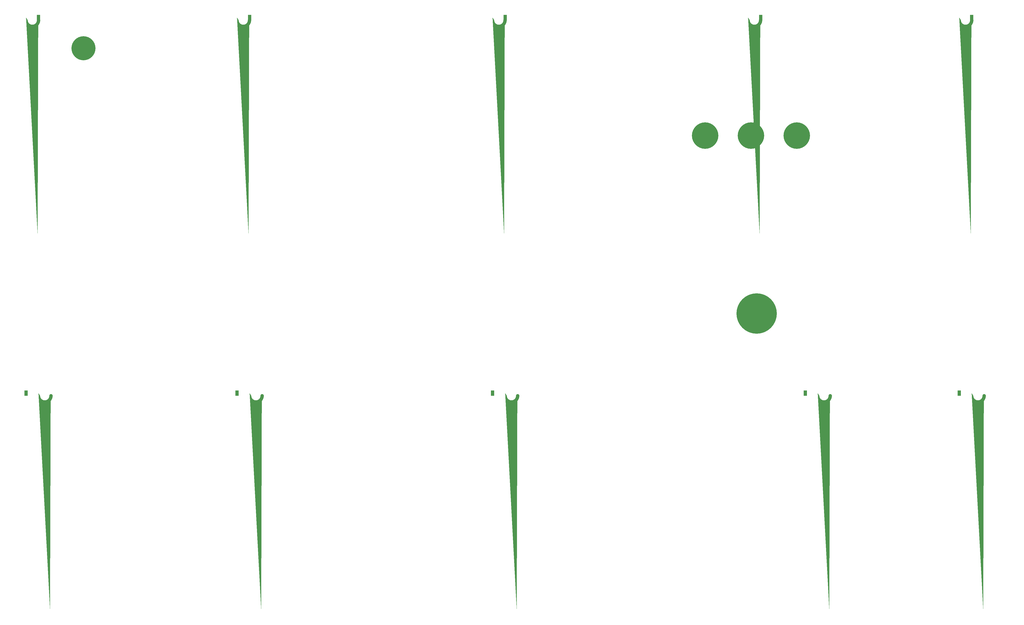
<source format=gbr>
%TF.GenerationSoftware,KiCad,Pcbnew,(6.0.2)*%
%TF.CreationDate,2022-03-07T23:39:06-05:00*%
%TF.ProjectId,FR4-fixed-layout-plate,4652342d-6669-4786-9564-2d6c61796f75,rev?*%
%TF.SameCoordinates,Original*%
%TF.FileFunction,Soldermask,Bot*%
%TF.FilePolarity,Negative*%
%FSLAX46Y46*%
G04 Gerber Fmt 4.6, Leading zero omitted, Abs format (unit mm)*
G04 Created by KiCad (PCBNEW (6.0.2)) date 2022-03-07 23:39:06*
%MOMM*%
%LPD*%
G01*
G04 APERTURE LIST*
G04 Aperture macros list*
%AMFreePoly0*
4,1,75,0.700000,-1.100000,0.699846,-1.114660,0.697629,-1.130241,0.713298,-1.359321,0.766182,-1.613812,0.853226,-1.858731,0.972810,-2.089516,1.122704,-2.301869,1.300118,-2.491833,1.501747,-2.655870,1.723834,-2.790924,1.962242,-2.894479,2.212530,-2.964607,2.470036,-3.000000,2.729964,-3.000000,2.987470,-2.964607,3.237758,-2.894479,3.476166,-2.790924,3.698253,-2.655870,3.899882,-2.491833,
4.077296,-2.301869,4.227190,-2.089516,4.346774,-1.858731,4.433818,-1.613812,4.486702,-1.359321,4.503066,-1.120093,4.500038,-1.092670,4.521992,-0.925917,4.583088,-0.769214,4.679799,-0.631609,4.806542,-0.521044,4.956000,-0.443903,5.119544,-0.404639,5.287733,-0.405520,5.450858,-0.446494,5.599499,-0.525196,5.725078,-0.637082,5.820343,-0.775693,5.879794,-0.933027,5.900000,-1.100000,
5.899846,-1.114660,5.898874,-1.121492,5.881922,-1.444944,5.827887,-1.786109,5.738487,-2.119756,5.614700,-2.442231,5.457884,-2.750000,5.269756,-3.039691,5.052378,-3.308131,4.808131,-3.552378,4.539691,-3.769756,4.250000,-3.957884,3.942231,-4.114700,3.619756,-4.238487,3.286109,-4.327887,2.944944,-4.381922,2.600000,-4.400000,2.255056,-4.381922,1.913891,-4.327887,1.580244,-4.238487,
1.257769,-4.114700,0.950000,-3.957884,0.660309,-3.769756,0.391869,-3.552378,0.147622,-3.308131,-0.069756,-3.039691,-0.257884,-2.750000,-0.414700,-2.442231,-0.538487,-2.119756,-0.627887,-1.786109,-0.681922,-1.444944,-0.700000,-1.100000,-0.700000,1.100000,0.700000,1.100000,0.700000,-1.100000,0.700000,-1.100000,$1*%
G04 Aperture macros list end*
%ADD10FreePoly0,0.000000*%
%ADD11R,1.400000X2.200000*%
%ADD12C,16.800000*%
%ADD13FreePoly0,180.000000*%
%ADD14C,11.000000*%
%ADD15C,10.000000*%
G04 APERTURE END LIST*
D10*
%TO.C,H102*%
X76887500Y34825000D03*
D11*
X82087500Y34825000D03*
%TD*%
%TO.C,H104*%
X294587500Y34825000D03*
D10*
X289387500Y34825000D03*
%TD*%
D12*
%TO.C,H6*%
X292893750Y-88225250D03*
%TD*%
D11*
%TO.C,H106*%
X-10862500Y-121375000D03*
D13*
X-5662500Y-121375000D03*
%TD*%
D10*
%TO.C,H105*%
X377137500Y34825000D03*
D11*
X382337500Y34825000D03*
%TD*%
D14*
%TO.C,H2*%
X271462500Y-14287500D03*
%TD*%
D11*
%TO.C,H101*%
X-5662500Y34825000D03*
D10*
X-10862500Y34825000D03*
%TD*%
D14*
%TO.C,H3*%
X290512500Y-14287500D03*
%TD*%
D11*
%TO.C,H103*%
X188337500Y34825000D03*
D10*
X183137500Y34825000D03*
%TD*%
D11*
%TO.C,H109*%
X313137500Y-121375000D03*
D13*
X318337500Y-121375000D03*
%TD*%
%TO.C,H108*%
X188337500Y-121375000D03*
D11*
X183137500Y-121375000D03*
%TD*%
D14*
%TO.C,H4*%
X309562500Y-14287500D03*
%TD*%
D15*
%TO.C,H5*%
X13000000Y22050000D03*
%TD*%
D11*
%TO.C,H110*%
X377137500Y-121375000D03*
D13*
X382337500Y-121375000D03*
%TD*%
D11*
%TO.C,H107*%
X76887500Y-121375000D03*
D13*
X82087500Y-121375000D03*
%TD*%
M02*

</source>
